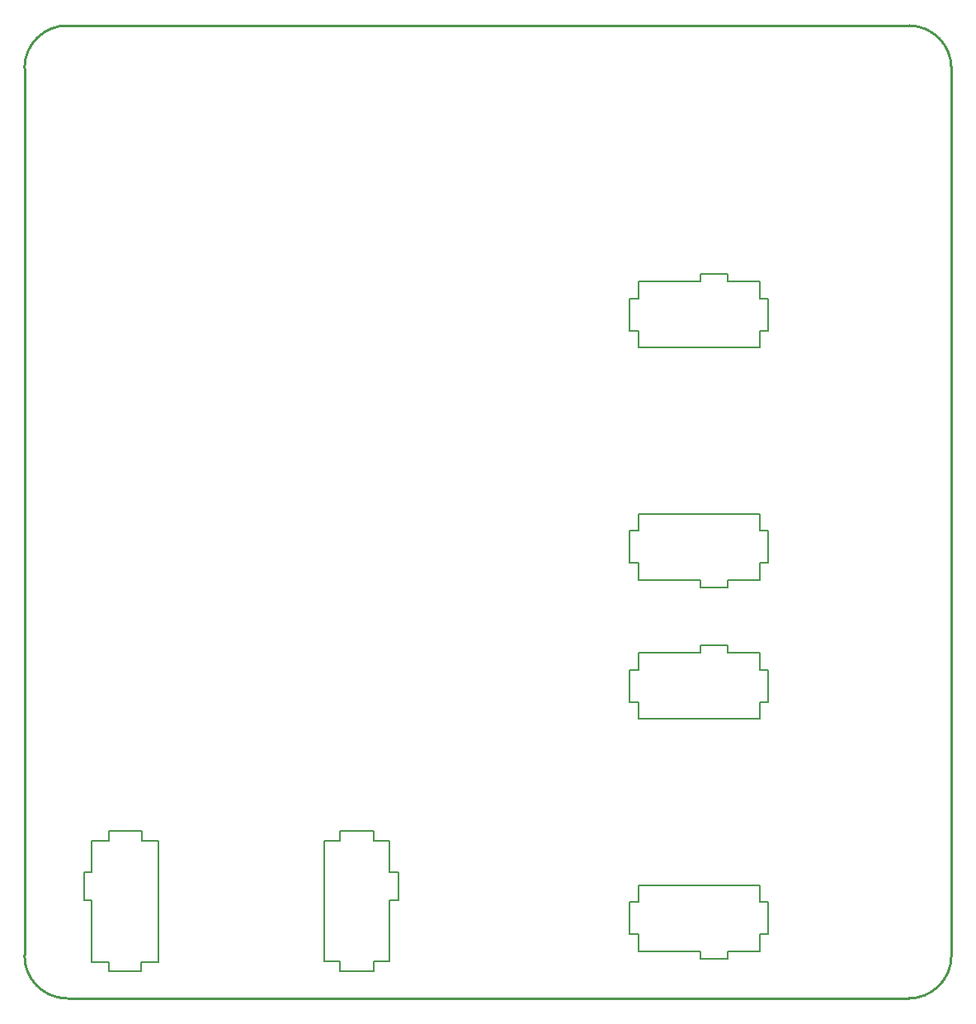
<source format=gko>
G04*
G04 #@! TF.GenerationSoftware,Altium Limited,Altium Designer,19.1.2 (11)*
G04*
G04 Layer_Color=16711935*
%FSLAX25Y25*%
%MOIN*%
G70*
G01*
G75*
%ADD10C,0.01000*%
%ADD98C,0.00600*%
D10*
X375000Y375500D02*
G03*
X358000Y393000I-17250J250D01*
G01*
X357500Y0D02*
G03*
X375000Y17000I250J17250D01*
G01*
X500Y17500D02*
G03*
X17500Y0I17250J-250D01*
G01*
X18000Y393000D02*
G03*
X500Y376000I-250J-17250D01*
G01*
X500Y17500D02*
Y375500D01*
X18000Y0D02*
X358000D01*
X375000Y17000D02*
Y376500D01*
X18000Y393000D02*
X358500D01*
D98*
X248500Y263000D02*
X297500D01*
X248500D02*
Y269500D01*
X245000D02*
X248500D01*
X245000D02*
Y282500D01*
X248500D01*
Y289500D01*
X273500D01*
Y292500D01*
X284500D01*
Y289500D02*
Y292500D01*
Y289500D02*
X297500D01*
Y282500D02*
Y289500D01*
Y282500D02*
X301000D01*
Y269500D02*
Y282500D01*
X297500Y269500D02*
X301000D01*
X297500Y263000D02*
Y269500D01*
Y189000D02*
Y195500D01*
Y189000D02*
X301000D01*
Y176000D02*
Y189000D01*
X297500Y176000D02*
X301000D01*
X297500Y169000D02*
Y176000D01*
X284500Y169000D02*
X297500D01*
X284500Y166000D02*
Y169000D01*
X273500Y166000D02*
X284500D01*
X273500D02*
Y169000D01*
X248500D02*
X273500D01*
X248500D02*
Y176000D01*
X245000D02*
X248500D01*
X245000D02*
Y189000D01*
X248500D01*
Y195500D01*
X297500D01*
X47500Y11000D02*
Y14500D01*
X54500D01*
X128000Y67500D02*
X141500D01*
Y63500D02*
Y67500D01*
X148000Y51000D02*
X151500D01*
Y39500D02*
Y51000D01*
X54500Y14500D02*
Y63500D01*
X34500Y11000D02*
X47500D01*
X34500D02*
Y14500D01*
X27500D02*
X34500D01*
X27500D02*
Y39500D01*
X24500D02*
X27500D01*
X24500D02*
Y51000D01*
X27500D01*
Y63500D01*
X34500D01*
Y67500D01*
X48000D01*
Y63500D02*
Y67500D01*
Y63500D02*
X54500D01*
X121500D02*
X128000D01*
Y67500D01*
X141500Y63500D02*
X148000D01*
Y51000D02*
Y63500D01*
Y39500D02*
X151500D01*
X148000Y15000D02*
Y39500D01*
X141500Y15000D02*
X148000D01*
X141500Y11000D02*
Y15000D01*
X128000Y11000D02*
X141500D01*
X128000D02*
Y15000D01*
X121500D02*
X128000D01*
X121500D02*
Y63500D01*
X248500Y45500D02*
X297500D01*
X248500Y39000D02*
Y45500D01*
X245000Y39000D02*
X248500D01*
X245000Y26000D02*
Y39000D01*
Y26000D02*
X248500D01*
Y19000D02*
Y26000D01*
Y19000D02*
X273500D01*
Y16000D02*
Y19000D01*
Y16000D02*
X284500D01*
Y19000D01*
X297500D01*
Y26000D01*
X301000D01*
Y39000D01*
X297500D02*
X301000D01*
X297500D02*
Y45500D01*
Y113000D02*
Y119500D01*
X301000D01*
Y132500D01*
X297500D02*
X301000D01*
X297500D02*
Y139500D01*
X284500D02*
X297500D01*
X284500D02*
Y142500D01*
X273500D02*
X284500D01*
X273500Y139500D02*
Y142500D01*
X248500Y139500D02*
X273500D01*
X248500Y132500D02*
Y139500D01*
X245000Y132500D02*
X248500D01*
X245000Y119500D02*
Y132500D01*
Y119500D02*
X248500D01*
Y113000D02*
Y119500D01*
Y113000D02*
X297500D01*
M02*

</source>
